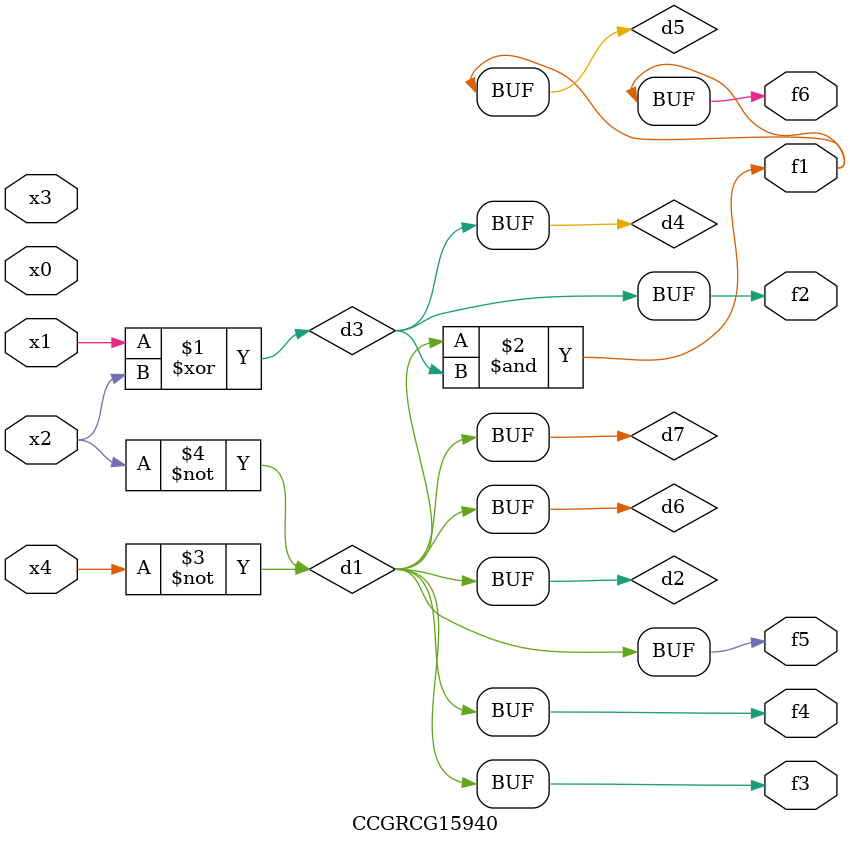
<source format=v>
module CCGRCG15940(
	input x0, x1, x2, x3, x4,
	output f1, f2, f3, f4, f5, f6
);

	wire d1, d2, d3, d4, d5, d6, d7;

	not (d1, x4);
	not (d2, x2);
	xor (d3, x1, x2);
	buf (d4, d3);
	and (d5, d1, d3);
	buf (d6, d1, d2);
	buf (d7, d2);
	assign f1 = d5;
	assign f2 = d4;
	assign f3 = d7;
	assign f4 = d7;
	assign f5 = d7;
	assign f6 = d5;
endmodule

</source>
